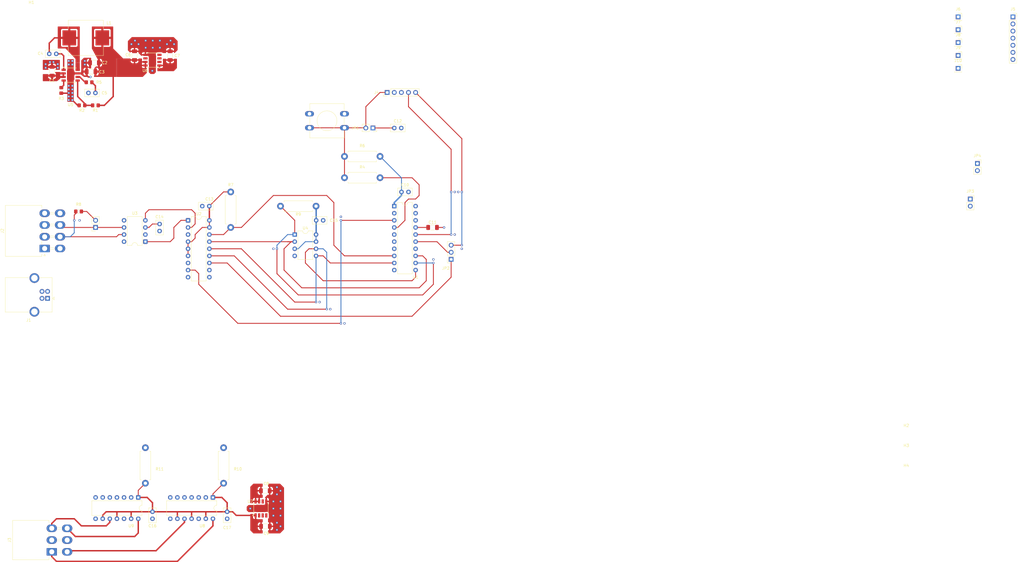
<source format=kicad_pcb>
(kicad_pcb (version 20241229) (generator "pcbnew") (generator_version "9.0")
  (layers (0 "F.Cu" signal) (4 "In1.Cu" signal) (6 "In2.Cu" signal) (2 "B.Cu" power) (13 "F.Paste" user) (15 "B.Paste" user) (5 "F.SilkS" user "F.Silkscreen") (7 "B.SilkS" user "B.Silkscreen") (1 "F.Mask" user) (3 "B.Mask" user) (25 "Edge.Cuts" user))
  (net 0 "")
  (net 1 "+12V")
  (net 2 "GND")
  (net 3 "+6.5V")
  (net 4 "Net-(U5-BST)")
  (net 5 "Net-(U5-SW)")
  (net 6 "Net-(C5-Pad2)")
  (net 7 "+5V")
  (net 8 "+5VA")
  (net 9 "Net-(U1-Vusb3v3)")
  (net 10 "Net-(JP1-A)")
  (net 12 "/USB_D+")
  (net 13 "VBUS")
  (net 15 "/USB_D-")
  (net 16 "/CAN_L")
  (net 17 "/Tach")
  (net 18 "/Speed")
  (net 19 "/CAN_H")
  (net 20 "/AN1")
  (net 21 "/AN4")
  (net 22 "/AN2")
  (net 23 "/AN3")
  (net 24 "/ICSP_~{MCLR}")
  (net 25 "/ICSP_CLK")
  (net 26 "/ICSP_DAT")
  (net 27 "/DAC1_~{CS}")
  (net 28 "/MISO")
  (net 29 "/ROM_~{CS}")
  (net 30 "/DAC2_~{CS}")
  (net 31 "/SCK")
  (net 32 "/MOSI")
  (net 33 "/CAN_~{CS}")
  (net 34 "/INT")
  (net 35 "Net-(JP5-B)")
  (net 36 "Net-(U5-FB)")
  (net 37 "Net-(U5-RT{slash}CLK)")
  (net 38 "/~{MCLR}")
  (net 39 "Net-(U5-COMP)")
  (net 41 "/CLK")
  (net 42 "/CAN_RX")
  (net 47 "/CAN_TX")
  (net 66 "/INT{slash}ICSP_CLK")
  (footprint "Connector_PinSocket_2.54mm:PinSocket_1x02_P2.54mm_Vertical" (layer "F.Cu") (at 55.88 134.62 180)
    (property "Reference" "JP5" (hide yes))
    (property "Value" "Term")
  )
  (footprint "Package_DIP:DIP-14_W7.62mm" (layer "F.Cu") (at 97.79 231.14 -90)
    (property "Reference" "U8")
    (property "Value" "MCP4912" (hide yes))
  )
  (footprint "Capacitor_THT:C_Disc_D5.0mm_W2.5mm_P2.50mm" (layer "F.Cu") (at 137.16 132.08 180)
    (property "Reference" "C15")
    (property "Value" "100n" (hide yes))
  )
  (footprint "Connector_PinSocket_2.54mm:PinSocket_1x02_P2.54mm_Vertical" (layer "F.Cu") (at 368.3 124.46)
    (property "Reference" "JP3")
    (property "Value" "USB_PWR")
  )
  (footprint "Capacitor_THT:C_Disc_D5.0mm_W2.5mm_P2.50mm" (layer "F.Cu") (at 93.98 127)
    (property "Reference" "C13")
    (property "Value" "100n" (hide yes))
  )
  (footprint "Connector_PinHeader_2.54mm:PinHeader_1x05_P2.54mm_Vertical" (layer "F.Cu") (at 160.02 86.36 90)
    (property "Reference" "J4")
    (property "Value" "ICSP")
  )
  (footprint "Capacitor_THT:C_Disc_D5.0mm_W2.5mm_P2.50mm" (layer "F.Cu") (at 76.2 236.26 -90)
    (property "Reference" "C16")
    (property "Value" "100n" (hide yes))
  )
  (footprint "Connector_PinSocket_2.54mm:PinSocket_1x03_P2.54mm_Vertical" (layer "F.Cu") (at 182.88 146.035 180)
    (property "Reference" "JP2")
    (property "Value" "Prog")
  )
  (footprint "Connector_PinSocket_2.54mm:PinSocket_1x07_P2.54mm_Vertical" (layer "F.Cu") (at 383.54 59.33)
    (property "Reference" "J5")
    (property "Value" "SPI debug")
  )
  (footprint "Resistor_SMD:R_0805_2012Metric_Pad1.20x1.40mm_HandSolder" (layer "F.Cu") (at 49.8 128.905 180)
    (property "Reference" "R8")
    (property "Value" "120" (hide yes))
  )
  (footprint "Resistor_SMD:R_0805_2012Metric_Pad1.20x1.40mm_HandSolder" (layer "F.Cu") (at 55.8165 90.9705)
    (property "Reference" "R1")
    (property "Value" "73k2" (hide yes))
  )
  (footprint "Connector_PinSocket_2.54mm:PinSocket_1x02_P2.54mm_Vertical" (layer "F.Cu") (at 154.94 99.06 -90)
    (property "Reference" "JP1")
    (property "Value" "~{Prog}")
  )
  (footprint "Capacitor_THT:C_Disc_D5.0mm_W2.5mm_P2.50mm" (layer "F.Cu") (at 39.3265 72.5555)
    (property "Reference" "C4")
    (property "Value" "100n" (hide yes))
  )
  (footprint "Capacitor_THT:C_Disc_D5.0mm_W2.5mm_P2.50mm" (layer "F.Cu") (at 162.56 99.06)
    (property "Reference" "C12")
    (property "Value" "100n" (hide yes))
  )
  (footprint "Capacitor_SMD:C_1206_3216Metric_Pad1.33x1.80mm_HandSolder" (layer "F.Cu") (at 176.2375 134.62)
    (property "Reference" "C11")
    (property "Value" "1u" (hide yes))
  )
  (footprint "Package_DIP:DIP-8_W7.62mm" (layer "F.Cu") (at 127 137.16)
    (property "Reference" "U4")
    (property "Value" "25LC160C" (hide yes))
  )
  (footprint "Resistor_THT:R_Axial_DIN0411_L9.9mm_D3.6mm_P12.70mm_Horizontal" (layer "F.Cu") (at 101.6 226.06 90)
    (property "Reference" "R10")
    (property "Value" "10k" (hide yes))
  )
  (footprint "Capacitor_SMD:C_1206_3216Metric_Pad1.33x1.80mm_HandSolder" (layer "F.Cu") (at 69.7865 73.1905 90)
    (property "Reference" "C6")
    (property "Value" "22u" (hide yes))
  )
  (footprint "Connector_PinSocket_2.54mm:PinSocket_1x01_P2.54mm_Vertical" (layer "F.Cu") (at 363.97 73.13)
    (property "Reference" "J9")
    (property "Value" "Conn_01x01_Socket")
  )
  (footprint "Capacitor_THT:C_Disc_D5.0mm_W2.5mm_P2.50mm" (layer "F.Cu") (at 53.3165 86.5255)
    (property "Reference" "C5")
    (property "Value" "100n" (hide yes))
  )
  (footprint "Resistor_SMD:R_0805_2012Metric_Pad1.20x1.40mm_HandSolder" (layer "F.Cu") (at 43.6245 85.6205 -90)
    (property "Reference" "R3")
    (property "Value" "50k" (hide yes))
  )
  (footprint "Button_Switch_THT:SW_PUSH-12mm" (layer "F.Cu") (at 132.28 93.98)
    (property "Reference" "SW1" (hide yes))
    (property "Value" "Reset")
  )
  (footprint "Resistor_SMD:R_0805_2012Metric_Pad1.20x1.40mm_HandSolder" (layer "F.Cu") (at 51.0065 90.9705)
    (property "Reference" "R2")
    (property "Value" "10k" (hide yes))
  )
  (footprint "Connector_PinSocket_2.54mm:PinSocket_1x01_P2.54mm_Vertical" (layer "F.Cu") (at 363.97 63.93)
    (property "Reference" "J7")
    (property "Value" "Conn_01x01_Socket")
  )
  (footprint "Connector_Molex:Molex_Mini-Fit_Jr_5569-06A2_2x03_P4.20mm_Horizontal" (layer "F.Cu") (at 40.22 250.58 90)
    (property "Reference" "J3")
    (property "Value" "Analog")
  )
  (footprint "Resistor_THT:R_Axial_DIN0411_L9.9mm_D3.6mm_P12.70mm_Horizontal" (layer "F.Cu") (at 73.66 226.06 90)
    (property "Reference" "R11")
    (property "Value" "10k" (hide yes))
  )
  (footprint "Connector_Molex:Molex_Mini-Fit_Jr_5569-08A2_2x04_P4.20mm_Horizontal" (layer "F.Cu") (at 37.68 142.14 90)
    (property "Reference" "J2")
    (property "Value" "Conn_02x04_Top_Bottom" (hide yes))
  )
  (footprint "Capacitor_THT:C_Disc_D5.0mm_W2.5mm_P2.50mm" (layer "F.Cu") (at 78.74 135.89 90)
    (property "Reference" "C14")
    (property "Value" "100n" (hide yes))
  )
  (footprint "Resistor_SMD:R_0805_2012Metric_Pad1.20x1.40mm_HandSolder" (layer "F.Cu") (at 53.5465 82.7155 180)
    (property "Reference" "R5")
    (property "Value" "12k" (hide yes))
  )
  (footprint "Package_DIP:DIP-14_W7.62mm" (layer "F.Cu") (at 71.12 231.14 -90)
    (property "Reference" "U9")
    (property "Value" "MCP4912" (hide yes))
  )
  (footprint "Connector_USB:USB_B_OST_USB-B1HSxx_Horizontal" (layer "F.Cu") (at 38.735 159.98 180)
    (property "Reference" "J1")
    (property "Value" "USB_B")
  )
  (footprint "Capacitor_SMD:C_1206_3216Metric_Pad1.33x1.80mm_HandSolder" (layer "F.Cu") (at 116.4975 228.75875)
    (property "Reference" "C8")
    (property "Value" "22u" (hide yes))
  )
  (footprint "MountingHole:MountingHole_3.2mm_M3_DIN965" (layer "F.Cu") (at 345.44 209.22)
    (property "Reference" "H2")
    (property "Value" "MountingHole")
  )
  (footprint "MountingHole:MountingHole_3.2mm_M3_DIN965" (layer "F.Cu") (at 345.44 216.37)
    (property "Reference" "H3")
    (property "Value" "MountingHole")
  )
  (footprint "Package_SO:Diodes_SO-8EP" (layer "F.Cu") (at 114.935 235.06625 90)
    (property "Reference" "U7")
    (property "Value" "AP7375Q" (hide yes))
  )
  (footprint "Connector_PinSocket_2.54mm:PinSocket_1x01_P2.54mm_Vertical" (layer "F.Cu") (at 363.97 77.73)
    (property "Reference" "J10")
    (property "Value" "Conn_01x01_Socket")
  )
  (footprint "MountingHole:MountingHole_3.2mm_M3_DIN965" (layer "F.Cu") (at 345.44 223.52)
    (property "Reference" "H4")
    (property "Value" "MountingHole")
  )
  (footprint "Connector_PinSocket_2.54mm:PinSocket_1x02_P2.54mm_Vertical" (layer "F.Cu") (at 370.84 111.76)
    (property "Reference" "JP4")
    (property "Value" "USB_PWR")
  )
  (footprint "Capacitor_SMD:C_1206_3216Metric_Pad1.33x1.80mm_HandSolder" (layer "F.Cu") (at 40.3225 78.7785 90)
    (property "Reference" "C1")
    (property "Value" "22u" (hide yes))
  )
  (footprint "Connector_PinSocket_2.54mm:PinSocket_1x01_P2.54mm_Vertical" (layer "F.Cu") (at 363.97 59.33)
    (property "Reference" "J6")
    (property "Value" "Conn_01x01_Socket")
  )
  (footprint "Package_DIP:DIP-20_W7.62mm" (layer "F.Cu") (at 162.56 127)
    (property "Reference" "U1")
    (property "Value" "PIC16F1459-IP" (hide yes))
  )
  (footprint "Package_SO:Diodes_SO-8EP" (layer "F.Cu") (at 46.969 80.1755)
    (property "Reference" "U5")
    (property "Value" "AP64100Q" (hide yes))
  )
  (footprint "Resistor_THT:R_Axial_DIN0411_L9.9mm_D3.6mm_P12.70mm_Horizontal" (layer "F.Cu") (at 134.62 127 180)
    (property "Reference" "R9")
    (property "Value" "10k")
  )
  (footprint "Inductor_SMD:L_Wuerth_WE-PD-Typ-LS_Handsoldering" (layer "F.Cu") (at 52.3875 66.8405)
    (property "Reference" "L1")
    (property "Value" "15u" (hide yes))
  )
  (footprint "Package_DIP:DIP-18_W7.62mm" (layer "F.Cu") (at 88.9 132.08)
    (property "Reference" "U2")
    (property "Value" "MCP2515-I/P" (hide yes))
  )
  (footprint "Capacitor_SMD:C_1206_3216Metric_Pad1.33x1.80mm_HandSolder" (layer "F.Cu") (at 54.254 78.9055)
    (property "Reference" "C3")
    (property "Value" "22u" (hide yes))
  )
  (footprint "Resistor_THT:R_Axial_DIN0411_L9.9mm_D3.6mm_P12.70mm_Horizontal" (layer "F.Cu") (at 104.14 121.92 -90)
    (property "Reference" "R7")
    (property "Value" "10k" (hide yes))
  )
  (footprint "Capacitor_THT:C_Disc_D5.0mm_W2.5mm_P2.50mm" (layer "F.Cu") (at 165.14 121.92)
    (property "Reference" "C10")
    (property "Value" "100n" (hide yes))
  )
  (footprint "Capacitor_SMD:C_1206_3216Metric_Pad1.33x1.80mm_HandSolder" (layer "F.Cu") (at 55.474 75.7305)
    (property "Reference" "C2")
    (property "Value" "22u" (hide yes))
  )
  (footprint "Connector_PinSocket_2.54mm:PinSocket_1x01_P2.54mm_Vertical" (layer "F.Cu") (at 363.97 68.53)
    (property "Reference" "J8")
    (property "Value" "Conn_01x01_Socket")
  )
  (footprint "Resistor_THT:R_Axial_DIN0411_L9.9mm_D3.6mm_P12.70mm_Horizontal" (layer "F.Cu") (at 157.48 109.22 180)
    (property "Reference" "R6")
    (property "Value" "10k" (hide yes))
  )
  (footprint "Capacitor_SMD:C_1206_3216Metric_Pad1.33x1.80mm_HandSolder" (layer "F.Cu") (at 116.5475 241.45875)
    (property "Reference" "C9")
    (property "Value" "22u" (hide yes))
  )
  (footprint "MountingHole:MountingHole_3.2mm_M3_DIN965" (layer "F.Cu") (at 32.9565 57.9505)
    (property "Reference" "H1")
    (property "Value" "MountingHole")
  )
  (footprint "Package_DIP:DIP-8_W7.62mm" (layer "F.Cu") (at 73.66 139.7 180)
    (property "Reference" "U3")
    (property "Value" "MCP2561-E-P" (hide yes))
  )
  (footprint "Capacitor_THT:C_Disc_D5.0mm_W2.5mm_P2.50mm" (layer "F.Cu") (at 102.87 236.26 -90)
    (property "Reference" "C17")
    (property "Value" "100n" (hide yes))
  )
  (footprint "Capacitor_SMD:C_1206_3216Metric_Pad1.33x1.80mm_HandSolder" (layer "F.Cu") (at 82.4865 73.1905 90)
    (property "Reference" "C7")
    (property "Value" "22u" (hide yes))
  )
  (footprint "Package_SO:Diodes_SO-8EP" (layer "F.Cu") (at 76.179 74.803 180)
    (property "Reference" "U6")
    (property "Value" "AP7375Q" (hide yes))
  )
  (footprint "Resistor_THT:R_Axial_DIN0411_L9.9mm_D3.6mm_P12.70mm_Horizontal" (layer "F.Cu") (at 144.78 116.84)
    (property "Reference" "R4")
    (property "Value" "220" (hide yes))
  )
  (segment (start 49.4665 90.9705) (end 47.5615 89.0655) (width 0.508) (layer "F.Cu") (net 2))
  (segment (start 54.0385 80.8105) (end 53.2765 80.8105) (width 0.508) (layer "F.Cu") (net 2))
  (segment (start 46.1965 86.6205) (end 46.2915 86.5255) (width 0.508) (layer "F.Cu") (net 2))
  (segment (start 53.2765 80.8105) (end 52.6915 80.2255) (width 0.508) (layer "F.Cu") (net 2))
  (segment (start 52.6915 80.2255) (end 52.6915 78.9055) (width 0.508) (layer "F.Cu") (net 2))
  (segment (start 177.8 134.62) (end 180.34 134.62) (width 0.3048) (layer "F.Cu") (net 2))
  (segment (start 50.0065 90.9705) (end 49.4665 90.9705) (width 0.508) (layer "F.Cu") (net 2))
  (segment (start 43.6245 86.6205) (end 46.1965 86.6205) (width 0.508) (layer "F.Cu") (net 2))
  (via (at 121.92 232.56875) (size 0.8128) (drill 0.4) (layers "F.Cu" "B.Cu") (net 2))
  (via (at 119.38 142.24) (size 0.8128) (drill 0.4) (layers "F.Cu" "B.Cu") (net 2))
  (via (at 180.34 134.62) (size 0.8128) (drill 0.4) (layers "F.Cu" "B.Cu") (net 2))
  (via (at 39.5605 75.4765) (size 0.8128) (drill 0.4) (layers "F.Cu" "B.Cu") (net 2))
  (via (at 47.5615 89.0655) (size 0.8128) (drill 0.4) (layers "F.Cu" "B.Cu") (net 2))
  (via (at 76.29525 70.358) (size 0.8128) (drill 0.4) (layers "F.Cu" "B.Cu") (net 2))
  (via (at 46.2915 89.0655) (size 0.8128) (drill 0.4) (layers "F.Cu" "B.Cu") (net 2))
  (via (at 120.65 227.48875) (size 0.8128) (drill 0.4) (layers "F.Cu" "B.Cu") (net 2))
  (via (at 46.2915 76.3655) (size 0.8128) (drill 0.4) (layers "F.Cu" "B.Cu") (net 2))
  (via (at 68.67525 69.088) (size 0.8128) (drill 0.4) (layers "F.Cu" "B.Cu") (net 2))
  (via (at 119.38 232.56875) (size 0.8128) (drill 0.4) (layers "F.Cu" "B.Cu") (net 2))
  (via (at 78.83525 67.818) (size 0.8128) (drill 0.4) (layers "F.Cu" "B.Cu") (net 2))
  (via (at 46.2915 85.2555) (size 0.8128) (drill 0.4) (layers "F.Cu" "B.Cu") (net 2))
  (via (at 78.83525 70.358) (size 0.8128) (drill 0.4) (layers "F.Cu" "B.Cu") (net 2))
  (via (at 120.65 242.72875) (size 0.8128) (drill 0.4) (layers "F.Cu" "B.Cu") (net 2))
  (via (at 52.0065 75.0955) (size 0.8128) (drill 0.4) (layers "F.Cu" "B.Cu") (net 2))
  (via (at 186.69 142.24) (size 0.8128) (drill 0.4) (layers "F.Cu" "B.Cu") (net 2))
  (via (at 83.91525 69.088) (size 0.8128) (drill 0.4) (layers "F.Cu" "B.Cu") (net 2))
  (via (at 47.5615 76.3655) (size 0.8128) (drill 0.4) (layers "F.Cu" "B.Cu") (net 2))
  (via (at 121.92 241.45875) (size 0.8128) (drill 0.4) (layers "F.Cu" "B.Cu") (net 2))
  (via (at 73.75525 70.358) (size 0.8128) (drill 0.4) (layers "F.Cu" "B.Cu") (net 2))
  (via (at 47.5615 87.7955) (size 0.8128) (drill 0.4) (layers "F.Cu" "B.Cu") (net 2))
  (via (at 120.65 240.18875) (size 0.8128) (drill 0.4) (layers "F.Cu" "B.Cu") (net 2))
  (via (at 144.78 168.91) (size 0.8128) (drill 0.4) (layers "F.Cu" "B.Cu") (net 2))
  (via (at 143.51 130.81) (size 0.8128) (drill 0.4) (layers "F.Cu" "B.Cu") (net 2))
  (via (at 38.0365 77.5085) (size 0.8128) (drill 0.4) (layers "F.Cu" "B.Cu") (net 2))
  (via (at 71.21525 69.088) (size 0.8128) (drill 0.4) (layers "F.Cu" "B.Cu") (net 2))
  (via (at 120.65 230.02875) (size 0.8128) (drill 0.4) (layers "F.Cu" "B.Cu") (net 2))
  (via (at 184.15 121.92) (size 0.8128) (drill 0.4) (layers "F.Cu" "B.Cu") (net 2))
  (via (at 47.5615 86.5255) (size 0.8128) (drill 0.4) (layers "F.Cu" "B.Cu") (net 2))
  (via (at 50.165 132.08) (size 0.8128) (drill 0.4) (layers "F.Cu" "B.Cu") (net 2))
  (via (at 185.42 121.92) (size 0.8128) (drill 0.4) (layers "F.Cu" "B.Cu") (net 2))
  (via (at 54.0385 80.8105) (size 0.8128) (drill 0.4) (layers "F.Cu" "B.Cu") (net 2))
  (via (at 38.0365 76.2385) (size 0.8128) (drill 0.4) (layers "F.Cu" "B.Cu") (net 2))
  (via (at 119.38 237.64875) (size 0.8128) (drill 0.4) (layers "F.Cu" "B.Cu") (net 2))
  (via (at 47.5615 85.2555) (size 0.8128) (drill 0.4) (layers "F.Cu" "B.Cu") (net 2))
  (via (at 184.15 137.16) (size 0.8128) (drill 0.4) (layers "F.Cu" "B.Cu") (net 2))
  (via (at 119.38 235.10875) (size 0.8128) (drill 0.4) (layers "F.Cu" "B.Cu") (net 2))
  (via (at 76.29525 67.818) (size 0.8128) (drill 0.4) (layers "F.Cu" "B.Cu") (net 2))
  (via (at 121.92 228.75875) (size 0.8128) (drill 0.4) (layers "F.Cu" "B.Cu") (net 2))
  (via (at 52.0065 76.3655) (size 0.8128) (drill 0.4) (layers "F.Cu" "B.Cu") (net 2))
  (via (at 42.3545 76.2385) (size 0.8128) (drill 0.4) (layers "F.Cu" "B.Cu") (net 2))
  (via (at 46.2915 87.7955) (size 0.8128) (drill 0.4) (layers "F.Cu" "B.Cu") (net 2))
  (via (at 42.3545 77.5085) (size 0.8128) (drill 0.4) (layers "F.Cu" "B.Cu") (net 2))
  (via (at 135.89 161.29) (size 0.8128) (drill 0.4) (layers "F.Cu" "B.Cu") (net 2))
  (via (at 121.92 235.10875) (size 0.8128) (drill 0.4) (layers "F.Cu" "B.Cu") (net 2))
  (via (at 46.2915 86.5255) (size 0.8128) (drill 0.4) (layers "F.Cu" "B.Cu") (net 2))
  (via (at 139.7 163.83) (size 0.8128) (drill 0.4) (layers "F.Cu" "B.Cu") (net 2))
  (via (at 82.64525 67.818) (size 0.8128) (drill 0.4) (layers "F.Cu" "B.Cu") (net 2))
  (via (at 69.94525 67.818) (size 0.8128) (drill 0.4) (layers "F.Cu" "B.Cu") (net 2))
  (via (at 40.8305 75.4765) (size 0.8128) (drill 0.4) (layers "F.Cu" "B.Cu") (net 2))
  (via (at 76.1365 78.613) (size 0.8128) (drill 0.4) (layers "F.Cu" "B.Cu") (net 2))
  (via (at 46.2915 83.9855) (size 0.8128) (drill 0.4) (layers "F.Cu" "B.Cu") (net 2))
  (via (at 46.2915 75.0955) (size 0.8128) (drill 0.4) (layers "F.Cu" "B.Cu") (net 2))
  (via (at 121.92 237.64875) (size 0.8128) (drill 0.4) (layers "F.Cu" "B.Cu") (net 2))
  (via (at 47.5615 83.9855) (size 0.8128) (drill 0.4) (layers "F.Cu" "B.Cu") (net 2))
  (via (at 81.37525 69.088) (size 0.8128) (drill 0.4) (layers "F.Cu" "B.Cu") (net 2))
  (via (at 73.75525 67.818) (size 0.8128) (drill 0.4) (layers "F.Cu" "B.Cu") (net 2))
  (via (at 176.53 146.05) (size 0.8128) (drill 0.4) (layers "F.Cu" "B.Cu") (net 2))
  (via (at 111.125 235.10875) (size 0.8128) (drill 0.4) (layers "F.Cu" "B.Cu") (net 2))
  (via (at 47.5615 75.0955) (size 0.8128) (drill 0.4) (layers "F.Cu" "B.Cu") (net 2))
  (segment (start 60.8965 78.9055) (end 55.8165 78.9055) (width 0.508) (layer "F.Cu") (net 3))
  (segment (start 62.1665 87.7955) (end 62.1665 80.1755) (width 0.508) (layer "F.Cu") (net 3))
  (segment (start 62.1665 80.1755) (end 60.8965 78.9055) (width 0.508) (layer "F.Cu") (net 3))
  (segment (start 56.8165 90.9705) (end 58.9915 90.9705) (width 0.508) (layer "F.Cu") (net 3))
  (segment (start 58.9915 90.9705) (end 62.1665 87.7955) (width 0.508) (layer "F.Cu") (net 3))
  (segment (start 44.4715 78.2705) (end 44.4715 73.2755) (width 0.508) (layer "F.Cu") (net 4))
  (segment (start 44.4715 73.2755) (end 43.7515 72.5555) (width 0.508) (layer "F.Cu") (net 4))
  (segment (start 43.7515 72.5555) (end 41.8265 72.5555) (width 0.508) (layer "F.Cu") (net 4))
  (segment (start 39.3265 72.5555) (end 39.3265 68.7255) (width 0.508) (layer "F.Cu") (net 5))
  (segment (start 41.2115 66.8405) (end 46.4875 66.8405) (width 0.508) (layer "F.Cu") (net 5))
  (segment (start 39.3265 68.7255) (end 41.2115 66.8405) (width 0.508) (layer "F.Cu") (net 5))
  (segment (start 55.8165 83.9855) (end 54.5465 82.7155) (width 0.508) (layer "F.Cu") (net 6))
  (segment (start 55.8165 86.5255) (end 55.8165 83.9855) (width 0.508) (layer "F.Cu") (net 6))
  (segment (start 74.93 134.62) (end 76.16 133.39) (width 0.3048) (layer "F.Cu") (net 7))
  (segment (start 91.44 138.43) (end 91.44 137.16) (width 0.3048) (layer "F.Cu") (net 7))
  (segment (start 101.56 121.92) (end 96.48 127) (width 0.3048) (layer "F.Cu") (net 7))
  (segment (start 96.52 127.04) (end 96.48 127) (width 0.508) (layer "F.Cu") (net 7))
  (segment (start 73.66 134.62) (end 74.93 134.62) (width 0.3048) (layer "F.Cu") (net 7))
  (segment (start 91.44 137.16) (end 93.98 134.62) (width 0.3048) (layer "F.Cu") (net 7))
  (segment (start 96.52 134.62) (end 96.52 132.08) (width 0.3048) (layer "F.Cu") (net 7))
  (segment (start 90.17 139.7) (end 91.44 138.43) (width 0.3048) (layer "F.Cu") (net 7))
  (segment (start 104.14 121.92) (end 101.56 121.92) (width 0.3048) (layer "F.Cu") (net 7))
  (segment (start 88.9 139.7) (end 90.17 139.7) (width 0.3048) (layer "F.Cu") (net 7))
  (segment (start 88.9 144.78) (end 88.9 139.7) (width 0.3048) (layer "F.Cu") (net 7))
  (segment (start 96.52 132.08) (end 96.52 127.04) (width 0.508) (layer "F.Cu") (net 7))
  (segment (start 93.98 134.62) (end 96.52 134.62) (width 0.3048) (layer "F.Cu") (net 7))
  (segment (start 76.16 133.39) (end 78.74 133.39) (width 0.3048) (layer "F.Cu") (net 7))
  (segment (start 130.81 139.7) (end 128.27 142.24) (width 0.3048) (layer "B.Cu") (net 7))
  (segment (start 134.62 127) (end 134.62 128.27) (width 0.508) (layer "B.Cu") (net 7))
  (segment (start 165.14 116.88) (end 165.14 121.92) (width 0.3048) (layer "B.Cu") (net 7))
  (segment (start 134.62 128.27) (end 134.66 128.31) (width 0.508) (layer "B.Cu") (net 7))
  (segment (start 134.66 137.12) (end 134.62 137.16) (width 0.508) (layer "B.Cu") (net 7))
  (segment (start 134.66 128.31) (end 134.66 132.08) (width 0.508) (layer "B.Cu") (net 7))
  (segment (start 134.66 132.08) (end 134.66 137.12) (width 0.508) (layer "B.Cu") (net 7))
  (segment (start 165.14 123.15) (end 165.14 121.92) (width 0.508) (layer "B.Cu") (net 7))
  (segment (start 134.62 139.7) (end 134.62 137.16) (width 0.3048) (layer "B.Cu") (net 7))
  (segment (start 162.56 125.73) (end 165.14 123.15) (width 0.508) (layer "B.Cu") (net 7))
  (segment (start 162.56 127) (end 162.56 125.73) (width 0.508) (layer "B.Cu") (net 7))
  (segment (start 128.27 142.24) (end 127 142.24) (width 0.3048) (layer "B.Cu") (net 7))
  (segment (start 134.62 139.7) (end 130.81 139.7) (width 0.3048) (layer "B.Cu") (net 7))
  (segment (start 157.48 109.22) (end 165.14 116.88) (width 0.3048) (layer "B.Cu") (net 7))
  (segment (start 90.17 238.76) (end 90.17 236.26) (width 0.508) (layer "F.Cu") (net 8))
  (segment (start 95.25 238.76) (end 95.25 236.26) (width 0.508) (layer "F.Cu") (net 8))
  (segment (start 85.09 236.26) (end 76.2 236.26) (width 0.508) (layer "F.Cu") (net 8))
  (segment (start 113.03 237.56375) (end 106.11875 237.56375) (width 0.508) (layer "F.Cu") (net 8))
  (segment (start 100.965 231.14) (end 102.87 233.045) (width 0.508) (layer "F.Cu") (net 8))
  (segment (start 68.58 238.76) (end 68.58 236.26) (width 0.508) (layer "F.Cu") (net 8))
  (segment (start 102.87 236.26) (end 95.25 236.26) (width 0.508) (layer "F.Cu") (net 8))
  (segment (start 102.87 233.045) (end 102.87 236.26) (width 0.508) (layer "F.Cu") (net 8))
  (segment (start 71.12 231.14) (end 74.295 231.14) (width 0.508) (layer "F.Cu") (net 8))
  (segment (start 97.79 231.14) (end 100.965 231.14) (width 0.508) (layer "F.Cu") (net 8))
  (segment (start 90.17 236.26) (end 85.09 236.26) (width 0.508) (layer "F.Cu") (net 8))
  (segment (start 74.295 231.14) (end 76.2 233.045) (width 0.508) (layer "F.Cu") (net 8))
  (segment (start 58.42 237.49) (end 58.42 238.76) (width 0.508) (layer "F.Cu") (net 8))
  (segment (start 63.5 236.26) (end 59.65 236.26) (width 0.508) (layer "F.Cu") (net 8))
  (segment (start 95.25 236.26) (end 90.17 236.26) (width 0.508) (layer "F.Cu") (net 8))
  (segment (start 71.12 228.6) (end 71.12 231.14) (width 0.3048) (layer "F.Cu") (net 8))
  (segment (start 76.2 236.26) (end 68.58 236.26) (width 0.508) (layer "F.Cu") (net 8))
  (segment (start 73.66 226.06) (end 71.12 228.6) (width 0.3048) (layer "F.Cu") (net 8))
  (segment (start 68.58 236.26) (end 63.5 236.26) (width 0.508) (layer "F.Cu") (net 8))
  (segment (start 106.11875 237.56375) (end 104.815 236.26) (width 0.508) (layer "F.Cu") (net 8))
  (segment (start 85.09 238.76) (end 85.09 236.26) (width 0.508) (layer "F.Cu") (net 8))
  (segment (start 104.815 236.26) (end 102.87 236.26) (width 0.508) (layer "F.Cu") (net 8))
  (segment (start 59.65 236.26) (end 58.42 237.49) (width 0.508) (layer "F.Cu") (net 8))
  (segment (start 63.5 238.76) (end 63.5 236.26) (width 0.508) (layer "F.Cu") (net 8))
  (segment (start 97.79 229.87) (end 97.79 231.14) (width 0.3048) (layer "F.Cu") (net 8))
  (segment (start 76.2 233.045) (end 76.2 236.26) (width 0.508) (layer "F.Cu") (net 8))
  (segment (start 101.6 226.06) (end 97.79 229.87) (width 0.3048) (layer "F.Cu") (net 8))
  (segment (start 170.18 134.62) (end 174.675 134.62) (width 0.3048) (layer "F.Cu") (net 9))
  (segment (start 154.94 99.06) (end 162.56 99.06) (width 0.3048) (layer "F.Cu") (net 10))
  (segment (start 44.06 134.62) (end 43.18 133.74) (width 0.3048) (layer "F.Cu") (net 16))
  (segment (start 66.04 134.62) (end 44.06 134.62) (width 0.3048) (layer "F.Cu") (net 16))
  (segment (start 48.8 129.635) (end 48.26 130.175) (width 0.3048) (layer "F.Cu") (net 19))
  (segment (start 66.04 137.16) (end 64.135 137.16) (width 0.3048) (layer "F.Cu") (net 19))
  (segment (start 48.8 128.905) (end 48.8 129.635) (width 0.3048) (layer "F.Cu") (net 19))
  (segment (start 48.26 130.175) (end 48.26 132.08) (width 0.3048) (layer "F.Cu") (net 19))
  (segment (start 64.135 137.16) (end 63.355 137.94) (width 0.3048) (layer "F.Cu") (net 19))
  (segment (start 63.355 137.94) (end 43.18 137.94) (width 0.3048) (layer "F.Cu") (net 19))
  (via (at 48.26 132.08) (size 0.8128) (drill 0.4) (layers "F.Cu" "B.Cu") (net 19))
  (segment (start 48.26 132.08) (end 48.26 136.525) (width 0.3048) (layer "B.Cu") (net 19))
  (segment (start 46.845 137.94) (end 43.18 137.94) (width 0.3048) (layer "B.Cu") (net 19))
  (segment (start 48.26 136.525) (end 46.845 137.94) (width 0.3048) (layer "B.Cu") (net 19))
  (segment (start 97.79 238.76) (end 97.79 241.3) (width 0.508) (layer "F.Cu") (net 20))
  (segment (start 85.09 254) (end 41.91 254) (width 0.508) (layer "F.Cu") (net 20))
  (segment (start 40.22 252.31) (end 40.22 250.58) (width 0.508) (layer "F.Cu") (net 20))
  (segment (start 41.91 254) (end 40.22 252.31) (width 0.508) (layer "F.Cu") (net 20))
  (segment (start 97.79 241.3) (end 85.09 254) (width 0.508) (layer "F.Cu") (net 20))
  (segment (start 48.26 238.76) (end 41.91 238.76) (width 0.508) (layer "F.Cu") (net 21))
  (segment (start 50.8 241.3) (end 48.26 238.76) (width 0.508) (layer "F.Cu") (net 21))
  (segment (start 41.91 238.76) (end 40.22 240.45) (width 0.508) (layer "F.Cu") (net 21))
  (segment (start 60.96 240.03) (end 59.69 241.3) (width 0.508) (layer "F.Cu") (net 21))
  (segment (start 40.22 240.45) (end 40.22 242.18) (width 0.508) (layer "F.Cu") (net 21))
  (segment (start 59.69 241.3) (end 50.8 241.3) (width 0.508) (layer "F.Cu") (net 21))
  (segment (start 60.96 238.76) (end 60.96 240.03) (width 0.508) (layer "F.Cu") (net 21))
  (segment (start 87.63 238.76) (end 87.63 240.03) (width 0.508) (layer "F.Cu") (net 22))
  (segment (start 46.11 250.19) (end 45.72 250.58) (width 0.508) (layer "F.Cu") (net 22))
  (segment (start 87.63 240.03) (end 77.47 250.19) (width 0.508) (layer "F.Cu") (net 22))
  (segment (start 77.47 250.19) (end 46.11 250.19) (width 0.508) (layer "F.Cu") (net 22))
  (segment (start 69.85 245.11) (end 48.65 245.11) (width 0.508) (layer "F.Cu") (net 23))
  (segment (start 71.12 238.76) (end 71.12 243.84) (width 0.508) (layer "F.Cu") (net 23))
  (segment (start 48.65 245.11) (end 45.72 242.18) (width 0.508) (layer "F.Cu") (net 23))
  (segment (start 71.12 243.84) (end 69.85 245.11) (width 0.508) (layer "F.Cu") (net 23))
  (segment (start 132.28 98.98) (end 152.32 98.98) (width 0.3048) (layer "F.Cu") (net 24))
  (segment (start 157.48 86.36) (end 160.02 86.36) (width 0.3048) (layer "F.Cu") (net 24))
  (segment (start 152.4 99.06) (end 152.4 91.44) (width 0.3048) (layer "F.Cu") (net 24))
  (segment (start 152.4 91.44) (end 157.48 86.36) (width 0.3048) (layer "F.Cu") (net 24))
  (segment (start 152.32 98.98) (end 152.4 99.06) (width 0.3048) (layer "F.Cu") (net 24))
  (segment (start 144.78 116.84) (end 144.78 98.98) (width 0.3048) (layer "F.Cu") (net 24))
  (segment (start 182.88 140.955) (end 186.675 140.955) (width 0.3048) (layer "F.Cu") (net 25))
  (segment (start 186.675 140.955) (end 186.69 140.97) (width 0.3048) (layer "F.Cu") (net 25))
  (segment (start 186.69 102.87) (end 170.18 86.36) (width 0.3048) (layer "F.Cu") (net 25))
  (segment (start 186.69 121.92) (end 186.69 102.87) (width 0.3048) (layer "F.Cu") (net 25))
  (via (at 186.69 121.92) (size 0.8128) (drill 0.4) (layers "F.Cu" "B.Cu") (net 25))
  (via (at 186.69 140.97) (size 0.8128) (drill 0.4) (layers "F.Cu" "B.Cu") (net 25))
  (segment (start 186.69 140.97) (end 186.69 121.92) (width 0.3048) (layer "B.Cu") (net 25))
  (segment (start 170.18 137.16) (end 182.88 137.16) (width 0.3048) (layer "F.Cu") (net 26))
  (segment (start 182.88 121.92) (end 182.88 106.68) (width 0.3048) (layer "F.Cu") (net 26))
  (segment (start 167.64 91.44) (end 167.64 86.36) (width 0.3048) (layer "F.Cu") (net 26))
  (segment (start 182.88 106.68) (end 167.64 91.44) (width 0.3048) (layer "F.Cu") (net 26))
  (via (at 182.88 137.16) (size 0.8128) (drill 0.4) (layers "F.Cu" "B.Cu") (net 26))
  (via (at 182.88 121.92) (size 0.8128) (drill 0.4) (layers "F.Cu" "B.Cu") (net 26))
  (segment (start 182.88 137.16) (end 182.88 121.92) (width 0.3048) (layer "B.Cu") (net 26))
  (segment (start 171.45 156.21) (end 129.54 156.21) (width 0.3048) (layer "F.Cu") (net 28))
  (segment (start 127 139.7) (end 96.52 139.7) (width 0.3048) (layer "F.Cu") (net 28))
  (segment (start 124.46 139.7) (end 127 139.7) (width 0.3048) (layer "F.Cu") (net 28))
  (segment (start 173.99 146.05) (end 173.99 153.67) (width 0.3048) (layer "F.Cu") (net 28))
  (segment (start 123.19 149.86) (end 123.19 142.24) (width 0.3048) (layer "F.Cu") (net 28))
  (segment (start 173.99 153.67) (end 171.45 156.21) (width 0.3048) (layer "F.Cu") (net 28))
  (segment (start 129.54 156.21) (end 123.19 149.86) (width 0.3048) (layer "F.Cu") (net 28))
  (segment (start 170.18 144.78) (end 172.72 144.78) (width 0.3048) (layer "F.Cu") (net 28))
  (segment (start 172.72 144.78) (end 173.99 146.05) (width 0.3048) (layer "F.Cu") (net 28))
  (segment (start 123.19 142.24) (end 125.73 139.7) (width 0.3048) (layer "F.Cu") (net 28))
  (segment (start 125.73 139.7) (end 127 139.7) (width 0.3048) (layer "F.Cu") (net 28))
  (segment (start 120.65 151.13) (end 120.65 142.24) (width 0.3048) (layer "F.Cu") (net 29))
  (segment (start 176.53 147.32) (end 176.53 154.94) (width 0.3048) (layer "F.Cu") (net 29))
  (segment (start 128.27 158.75) (end 120.65 151.13) (width 0.3048) (layer "F.Cu") (net 29))
  (segment (start 127 137.16) (end 127 132.08) (width 0.3048) (layer "F.Cu") (net 29))
  (segment (start 176.53 154.94) (end 172.72 158.75) (width 0.3048) (layer "F.Cu") (net 29))
  (segment (start 172.72 158.75) (end 128.27 158.75) (width 0.3048) (layer "F.Cu") (net 29))
  (segment (start 127 132.08) (end 121.92 127) (width 0.3048) (layer "F.Cu") (net 29))
  (via (at 120.65 142.24) (size 0.8128) (drill 0.4) (layers "F.Cu" "B.Cu") (net 29))
  (via (at 176.53 147.32) (size 0.8128) (drill 0.4) (layers "F.Cu" "B.Cu") (net 29))
  (segment (start 170.18 147.32) (end 176.53 147.32) (width 0.3048) (layer "B.Cu") (net 29))
  (segment (start 120.65 140.97) (end 124.46 137.16) (width 0.3048) (layer "B.Cu") (net 29))
  (segment (start 120.65 142.24) (end 120.65 140.97) (width 0.3048) (layer "B.Cu") (net 29))
  (segment (start 124.46 137.16) (end 127 137.16) (width 0.3048) (layer "B.Cu") (net 29))
  (segment (start 170.18 149.86) (end 170.18 152.4) (width 0.3048) (layer "F.Cu") (net 31))
  (segment (start 138.43 163.83) (end 124.46 163.83) (width 0.3048) (layer "F.Cu") (net 31))
  (segment (start 168.91 153.67) (end 137.16 153.67) (width 0.3048) (layer "F.Cu") (net 31))
  (segment (start 124.46 163.83) (end 105.41 144.78) (width 0.3048) (layer "F.Cu") (net 31))
  (segment (start 137.16 153.67) (end 130.81 147.32) (width 0.3048) (layer "F.Cu") (net 31))
  (segment (start 105.41 144.78) (end 96.52 144.78) (width 0.3048) (layer "F.Cu") (net 31))
  (segment (start 132.08 142.24) (end 134.62 142.24) (width 0.3048) (layer "F.Cu") (net 31))
  (segment (start 130.81 143.51) (end 132.08 142.24) (width 0.3048) (layer "F.Cu") (net 31))
  (segment (start 130.81 147.32) (end 130.81 143.51) (width 0.3048) (layer "F.Cu") (net 31))
  (segment (start 170.18 152.4) (end 168.91 153.67) (width 0.3048) (layer "F.Cu") (net 31))
  (via (at 138.43 163.83) (size 0.8128) (drill 0.4) (layers "F.Cu" "B.Cu") (net 31))
  (segment (start 137.16 142.24) (end 138.43 143.51) (width 0.3048) (layer "B.Cu") (net 31))
  (segment (start 138.43 143.51) (end 138.43 163.83) (width 0.3048) (layer "B.Cu") (net 31))
  (segment (start 134.62 142.24) (end 137.16 142.24) (width 0.3048) (layer "B.Cu") (net 31))
  (segment (start 137.16 144.78) (end 139.7 147.32) (width 0.3048) (layer "F.Cu") (net 32))
  (segment (start 107.95 142.24) (end 96.52 142.24) (width 0.3048) (layer "F.Cu") (net 32))
  (segment (start 127 161.29) (end 107.95 142.24) (width 0.3048) (layer "F.Cu") (net 32))
  (segment (start 139.7 147.32) (end 162.56 147.32) (width 0.3048) (layer "F.Cu") (net 32))
  (segment (start 134.62 144.78) (end 137.16 144.78) (width 0.3048) (layer "F.Cu") (net 32))
  (segment (start 134.62 161.29) (end 127 161.29) (width 0.3048) (layer "F.Cu") (net 32))
  (via (at 134.62 161.29) (size 0.8128) (drill 0.4) (layers "F.Cu" "B.Cu") (net 32))
  (segment (start 134.62 161.29) (end 134.62 144.78) (width 0.3048) (layer "B.Cu") (net 32))
  (segment (start 144.78 144.78) (end 140.97 140.97) (width 0.3048) (layer "F.Cu") (net 33))
  (segment (start 140.97 140.97) (end 140.97 125.73) (width 0.3048) (layer "F.Cu") (net 33))
  (segment (start 107.95 134.62) (end 104.14 134.62) (width 0.3048) (layer "F.Cu") (net 33))
  (segment (start 96.52 137.16) (end 101.6 137.16) (width 0.3048) (layer "F.Cu") (net 33))
  (segment (start 101.6 137.16) (end 104.14 134.62) (width 0.3048) (layer "F.Cu") (net 33))
  (segment (start 138.43 123.19) (end 119.38 123.19) (width 0.3048) (layer "F.Cu") (net 33))
  (segment (start 162.56 144.78) (end 144.78 144.78) (width 0.3048) (layer "F.Cu") (net 33))
  (segment (start 119.38 123.19) (end 107.95 134.62) (width 0.3048) (layer "F.Cu") (net 33))
  (segment (start 140.97 125.73) (end 138.43 123.19) (width 0.3048) (layer "F.Cu") (net 33))
  (segment (start 102.87 147.32) (end 121.92 166.37) (width 0.3048) (layer "F.Cu") (net 34))
  (segment (start 168.91 166.37) (end 182.88 152.4) (width 0.3048) (layer "F.Cu") (net 34))
  (segment (start 96.52 147.32) (end 102.87 147.32) (width 0.3048) (layer "F.Cu") (net 34))
  (segment (start 182.88 152.4) (end 182.88 146.035) (width 0.3048) (layer "F.Cu") (net 34))
  (segment (start 121.92 166.37) (end 168.91 166.37) (width 0.3048) (layer "F.Cu") (net 34))
  (segment (start 50.8 128.905) (end 52.705 128.905) (width 0.3048) (layer "F.Cu") (net 35))
  (segment (start 52.705 128.905) (end 55.88 132.08) (width 0.3048) (layer "F.Cu") (net 35))
  (segment (start 49.4665 87.7955) (end 52.0065 90.3355) (width 0.508) (layer "F.Cu") (net 36))
  (segment (start 52.0065 90.9705) (end 54.8165 90.9705) (width 0.508) (layer "F.Cu") (net 36))
  (segment (start 49.4665 82.0805) (end 49.4665 87.7955) (width 0.508) (layer "F.Cu") (net 36))
  (segment (start 52.0065 90.3355) (end 52.0065 90.9705) (width 0.508) (layer "F.Cu") (net 36))
  (segment (start 44.4715 83.7735) (end 43.6245 84.6205) (width 0.508) (layer "F.Cu") (net 37))
  (segment (start 44.4715 82.0805) (end 44.4715 83.7735) (width 0.508) (layer "F.Cu") (net 37))
  (segment (start 170.18 124.46) (end 171.45 123.19) (width 0.3048) (layer "F.Cu") (net 38))
  (segment (start 166.37 125.73) (end 167.64 124.46) (width 0.3048) (layer "F.Cu") (net 38))
  (segment (start 168.91 116.84) (end 157.48 116.84) (width 0.3048) (layer "F.Cu") (net 38))
  (segment (start 171.45 119.38) (end 168.91 116.84) (width 0.3048) (layer "F.Cu") (net 38))
  (segment (start 166.37 132.08) (end 166.37 125.73) (width 0.3048) (layer "F.Cu") (net 38))
  (segment (start 162.56 134.62) (end 163.83 134.62) (width 0.3048) (layer "F.Cu") (net 38))
  (segment (start 171.45 123.19) (end 171.45 119.38) (width 0.3048) (layer "F.Cu") (net 38))
  (segment (start 167.64 124.46) (end 170.18 124.46) (width 0.3048) (layer "F.Cu") (net 38))
  (segment (start 163.83 134.62) (end 166.37 132.08) (width 0.3048) (layer "F.Cu") (net 38))
  (segment (start 50.2285 80.8105) (end 52.1335 82.7155) (width 0.508) (layer "F.Cu") (net 39))
  (segment (start 52.1335 82.7155) (end 52.5465 82.7155) (width 0.508) (layer "F.Cu") (net 39))
  (segment (start 49.4665 80.8105) (end 50.2285 80.8105) (width 0.508) (layer "F.Cu") (net 39))
  (segment (start 91.44 149.86) (end 88.9 149.86) (width 0.3048) (layer "F.Cu") (net 41))
  (segment (start 143.51 168.91) (end 106.68 168.91) (width 0.3048) (layer "F.Cu") (net 41))
  (segment (start 92.71 151.13) (end 91.44 149.86) (width 0.3048) (layer "F.Cu") (net 41))
  (segment (start 143.51 132.08) (end 162.56 132.08) (width 0.3048) (layer "F.Cu") (net 41))
  (segment (start 92.71 154.94) (end 92.71 151.13) (width 0.3048) (layer "F.Cu") (net 41))
  (segment (start 106.68 168.91) (end 92.71 154.94) (width 0.3048) (layer "F.Cu") (net 41))
  (via (at 143.51 132.08) (size 0.8128) (drill 0.4) (layers "F.Cu" "B.Cu") (net 41))
  (via (at 143.51 168.91) (size 0.8128) (drill 0.4) (layers "F.Cu" "B.Cu") (net 41))
  (segment (start 143.51 132.08) (end 143.51 168.91) (width 0.3048) (layer "B.Cu") (net 41))
  (segment (start 73.66 129.54) (end 74.93 128.27) (width 0.3048) (layer "F.Cu") (net 42))
  (segment (start 73.66 132.08) (end 73.66 129.54) (width 0.3048) (layer "F.Cu") (net 42))
  (segment (start 74.93 128.27) (end 90.17 128.27) (width 0.3048) (layer "F.Cu") (net 42))
  (segment (start 90.17 134.62) (end 88.9 134.62) (width 0.3048) (layer "F.Cu") (net 42))
  (segment (start 91.44 133.35) (end 90.17 134.62) (width 0.3048) (layer "F.Cu") (net 42))
  (segment (start 90.17 128.27) (end 91.44 129.54) (width 0.3048) (layer "F.Cu") (net 42))
  (segment (start 91.44 129.54) (end 91.44 133.35) (width 0.3048) (layer "F.Cu") (net 42))
  (segment (start 73.66 139.7) (end 82.55 139.7) (width 0.3048) (layer "F.Cu") (net 47))
  (segment (start 86.36 132.08) (end 88.9 132.08) (width 0.3048) (layer "F.Cu") (net 47))
  (segment (start 82.55 139.7) (end 83.82 138.43) (width 0.3048) (layer "F.Cu") (net 47))
  (segment (start 83.82 134.62) (end 86.36 132.08) (width 0.3048) (layer "F.Cu") (net 47))
  (segment (start 83.82 138.43) (end 83.82 134.62) (width 0.3048) (layer "F.Cu") (net 47))
  (segment (start 170.18 139.7) (end 177.8 139.7) (width 0.3048) (layer "F.Cu") (net 66))
  (segment (start 181.61 143.51) (end 181.625 143.495) (width 0.3048) (layer "F.Cu") (net 66))
  (segment (start 181.625 143.495) (end 182.88 143.495) (width 0.3048) (layer "F.Cu") (net 66))
  (segment (start 177.8 139.7) (end 181.61 143.51) (width 0.3048) (layer "F.Cu") (net 66))
  (zone (net 7) (net_name "+5V") (layer "F.Cu") (priority 9) (connect_pads (clearance 0.5)) (min_thickness 0.25) (fill yes (thermal_gap 0.508) (thermal_bridge_width 0.508) (island_removal_mode 1) (island_area_min 9.999999))
    (polygon (pts (xy 84.93125 74.295) (xy 84.93125 77.62875) (xy 83.82 78.74) (xy 77.94625 78.74) (xy 77.94625 76.2) (xy 79.85125 76.2) (xy 79.85125 74.295)))
  )
  (zone (net 2) (net_name "GND") (layer "F.Cu") (priority 7) (connect_pads yes (clearance 0.5)) (min_thickness 0.25) (fill yes (thermal_gap 0.508) (thermal_bridge_width 0.762) (island_removal_mode 1) (island_area_min 9.999999))
    (polygon (pts (xy 109.855 235.74375) (xy 110.49 236.37875) (xy 120.65 236.37875) (xy 120.65 231.29875) (xy 116.205 231.29875) (xy 116.205 233.83875) (xy 110.49 233.83875) (xy 109.855 234.47375)))
  )
  (zone (net 5) (net_name "Net-(U5-SW)") (layer "F.Cu") (priority 4) (connect_pads (clearance 0.5)) (min_thickness 0.25) (fill yes (thermal_gap 0.508) (thermal_bridge_width 0.762) (island_removal_mode 1) (island_area_min 9.999999))
    (polygon (pts (xy 48.7045 75.7305) (xy 48.7045 74.343269) (xy 45.1485 70.6505) (xy 42.3545 70.6505) (xy 42.3545 62.7765) (xy 50.2285 62.7765) (xy 50.2285 75.7305)))
  )
  (zone (net 2) (net_name "GND") (layer "F.Cu") (priority 8) (connect_pads (clearance 0.5)) (min_thickness 0.25) (fill yes (thermal_gap 0.508) (thermal_bridge_width 0.508) (island_removal_mode 1) (island_area_min 9.999999))
    (polygon (pts (xy 84.113688 72.263) (xy 85.18525 71.191438) (xy 85.18525 67.97675) (xy 83.7565 66.548) (xy 68.834 66.548) (xy 67.40525 67.97675) (xy 67.40525 71.3105) (xy 68.35775 72.263) (xy 71.21525 72.263) (xy 72.48525 73.533) (xy 74.39025 73.533) (xy 74.39025 72.263)))
  )
  (zone (net 2) (net_name "GND") (layer "F.Cu") (connect_pads (clearance 0.5)) (min_thickness 0.25) (fill yes (thermal_gap 0.508) (thermal_bridge_width 0.762) (island_removal_mode 1) (island_area_min 9.999999))
    (polygon (pts (xy 37.0205 78.2705) (xy 37.0205 74.7145) (xy 43.1165 74.7145) (xy 43.1165 78.2705)))
  )
  (zone (net 2) (net_name "GND") (layer "F.Cu") (priority 7) (connect_pads yes (clearance 0.5)) (min_thickness 0.25) (fill yes (thermal_gap 0.508) (thermal_bridge_width 0.762) (island_removal_mode 1) (island_area_min 9.999999))
    (polygon (pts (xy 76.7715 79.756) (xy 77.4065 79.121) (xy 77.4065 68.961) (xy 72.3265 68.961) (xy 72.3265 73.406) (xy 74.8665 73.406) (xy 74.8665 79.121) (xy 75.5015 79.756)))
  )
  (zone (net 3) (net_name "+6.5V") (layer "F.Cu") (priority 10) (connect_pads (clearance 0.5)) (min_thickness 0.25) (fill yes (thermal_gap 0.508) (thermal_bridge_width 0.508) (island_removal_mode 1) (island_area_min 9.999999))
    (polygon (pts (xy 63.4365 74.2065) (xy 72.5805 74.2065) (xy 72.5805 74.7145) (xy 74.2315 74.7145) (xy 74.2315 79.2865) (xy 72.7075 80.8105) (xy 63.4365 80.8105)))
  )
  (zone (net 2) (net_name "GND") (layer "F.Cu") (priority 2) (connect_pads (clearance 0.5)) (min_thickness 0.25) (fill yes (thermal_gap 0.508) (thermal_bridge_width 0.762))
    (polygon (pts (xy 48.9585 79.0325) (xy 50.292 79.0325) (xy 50.7365 78.588) (xy 50.7365 74.905) (xy 51.689 73.9525) (xy 54.2925 73.9525) (xy 54.2925 77.7625) (xy 53.2765 77.7625) (xy 53.2765 80.4295) (xy 52.8955 80.8105) (xy 51.7525 80.8105) (xy 50.7365 80.0485) (xy 48.9585 80.0485)))
  )
  (zone (net 2) (net_name "GND") (layer "F.Cu") (priority 8) (connect_pads (clearance 0.5)) (min_thickness 0.25) (fill yes (thermal_gap 0.508) (thermal_bridge_width 0.508) (island_removal_mode 1) (island_area_min 9.999999))
    (polygon (pts (xy 117.475 243.99875) (xy 121.76125 243.99875) (xy 123.19 242.57) (xy 123.19 227.6475) (xy 121.76125 226.21875) (xy 117.475 226.21875) (xy 117.475 230.02875) (xy 116.205 231.29875) (xy 116.205 233.20375) (xy 117.475 233.20375)))
  )
  (zone (net 5) (net_name "Net-(U5-SW)") (layer "F.Cu") (priority 3) (connect_pads yes (clearance 0.5)) (min_thickness 0.25) (fill yes (thermal_gap 0.508) (thermal_bridge_width 0.762) (island_removal_mode 1) (island_area_min 9.999999))
    (polygon (pts (xy 48.7045 78.7785) (xy 50.2285 78.7785) (xy 50.2285 74.4605) (xy 48.7045 74.4605)))
  )
  (zone (net 3) (net_name "+6.5V") (layer "F.Cu") (priority 5) (connect_pads (clearance 0.5)) (min_thickness 0.25) (fill yes (thermal_gap 0.508) (thermal_bridge_width 0.762) (island_removal_mode 1) (island_area_min 9.999999))
    (polygon (pts (xy 55.3085 80.8105) (xy 55.3085 77.7625) (xy 56.5785 76.4925) (xy 56.5785 74.424214) (xy 54.5465 70.6505) (xy 54.5465 62.7765) (xy 62.1665 62.7765) (xy 62.1665 70.6505) (xy 65.7225 74.2065) (xy 65.7225 80.8105)))
  )
  (zone (net 2) (net_name "GND") (layer "F.Cu") (priority 1) (connect_pads yes (clearance 0.5)) (min_thickness 0.25) (fill yes (thermal_gap 0.3048) (thermal_bridge_width 0.762))
    (polygon (pts (xy 45.7835 74.4605) (xy 45.7835 89.7005) (xy 48.0695 89.7005) (xy 48.0695 80.5565) (xy 48.4505 80.0485) (xy 50.3555 80.0485) (xy 50.3555 79.0325) (xy 48.4505 79.0325) (xy 48.0695 78.461) (xy 48.0695 74.4605)))
  )
  (zone (net 3) (net_name "+6.5V") (layer "F.Cu") (priority 10) (connect_pads (clearance 0.5)) (min_thickness 0.25) (fill yes (thermal_gap 0.508) (thermal_bridge_width 0.508) (island_removal_mode 1) (island_area_min 9.999999))
    (polygon (pts (xy 115.57 226.21875) (xy 115.57 231.29875) (xy 114.935 231.29875) (xy 114.935 233.20375) (xy 111.125 233.20375) (xy 111.125 227.33) (xy 112.23625 226.21875)))
  )
  (zone (net 1) (net_name "+12V") (layer "F.Cu") (priority 6) (connect_pads (clearance 0.5)) (min_thickness 0.25) (fill yes (thermal_gap 0.508) (thermal_bridge_width 0.762) (island_removal_mode 1) (island_area_min 9.999999))
    (polygon (pts (xy 37.0205 79.7945) (xy 40.3225 79.7945) (xy 41.592499 79.0325) (xy 44.6405 79.0325) (xy 44.6405 81.3185) (xy 43.3705 81.3185) (xy 42.1005 82.3345) (xy 37.0205 82.3345)))
  )
  (zone (net 8) (net_name "+5VA") (layer "F.Cu") (priority 9) (connect_pads (clearance 0.5)) (min_thickness 0.25) (fill yes (thermal_gap 0.508) (thermal_bridge_width 0.508) (island_removal_mode 1) (island_area_min 9.999999))
    (polygon (pts (xy 115.57 243.99875) (xy 112.23625 243.99875) (xy 111.125 242.8875) (xy 111.125 237.01375) (xy 113.665 237.01375) (xy 113.665 238.91875) (xy 115.57 238.91875)))
  )
)
</source>
